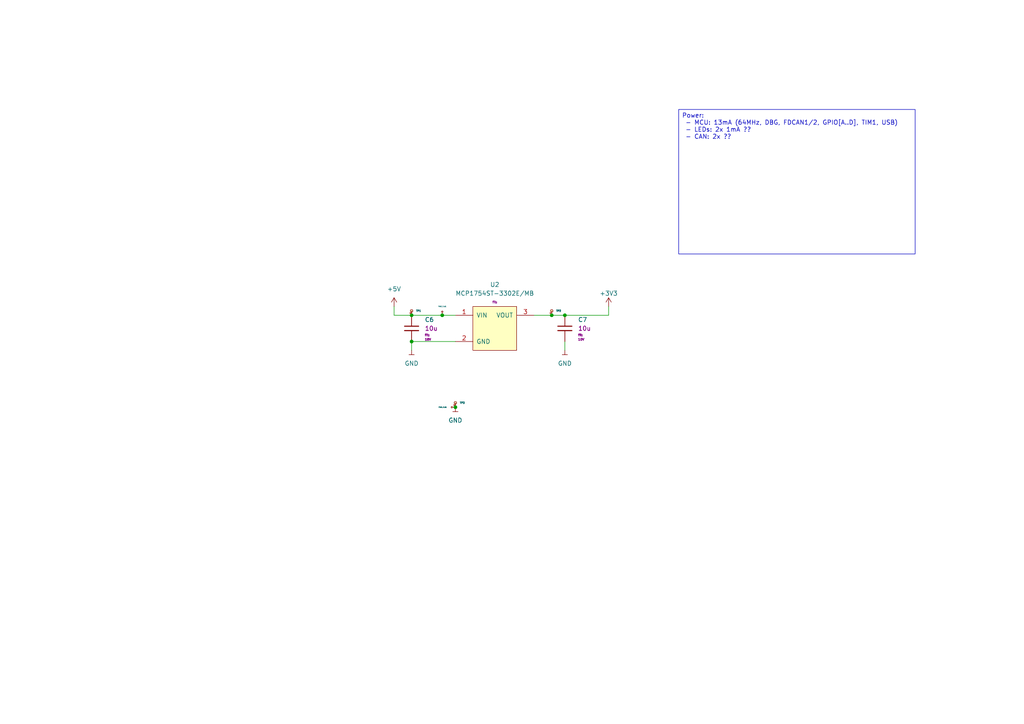
<source format=kicad_sch>
(kicad_sch (version 20250114) (generator "eeschema") (generator_version "9.0")
  (paper "A4")
  (title_block (title "Power") (date "2023-06-16") (rev "R${release}") (company "${company}") (comment 1 "${release_state}") (comment 2 "${prefix}-S${type_number}-R${release}-V${sch_variant}-C${sch_ci}") (comment 3 "hardware/${prefix}-S${type_number}_${short_desciption}"))
  (lib_symbols
    (symbol "Cap_10Percent_E24_0805_X7R_X7S_multipleV_-40C-125C:10u_0805_X7R_10%_10V_-40C..125C_Chip-Capacitor" (pin_numbers (hide yes)) (pin_names (offset 0.254))
      (property "Reference" "C" (at 0.635 2.54 0))
      (property "DisplayValue" "10u" (at 0.635 -2.54 0))
      (property "Fit" "fit: " (at 7.62 -3.81 0))
      (property "CapRatedVoltage" "10V" (at 0 0 0))
      (symbol "10u_0805_X7R_10%_10V_-40C..125C_Chip-Capacitor_0_1"
        (polyline (pts (xy -2.032 0.635) (xy 2.032 0.635)) (stroke (width 0.3048)))
        (polyline (pts (xy -2.032 -0.635) (xy 2.032 -0.635)) (stroke (width 0.3048)))
      )
      (symbol "10u_0805_X7R_10%_10V_-40C..125C_Chip-Capacitor_1_1"
        (pin passive line (at 0 3.81 270) (length 3.2004) (name "~") (number "1"))
        (pin passive line (at 0 -3.81 90) (length 2.9972) (name "~") (number "2"))
      )
    )
    (symbol "generic-connectors:TP2.0mm" (pin_names (offset 1.016))
      (property "Reference" "TP" (at 1.27 2.54 0))
      (symbol "TP2.0mm_0_1"
        (circle (center 1.27 0) (radius 0.381) (fill (type background)))
      )
      (symbol "TP2.0mm_1_1"
        (pin passive line (at 0 0 0) (length 1.27) (name "~") (number "1"))
      )
    )
    (symbol "microchip:MCP1754ST-3302E/MB" (pin_names (offset 1.016))
      (property "Reference" "U" (at 0 10.16 0))
      (property "Value" "MCP1754ST-3302E/MB" (at 0 17.78 0))
      (property "Fit" "fit:" (at 0 -13.97 0))
      (symbol "MCP1754ST-3302E/MB_0_1"
        (rectangle (start -6.35 6.35) (end 6.35 -6.35) (fill (type background)))
      )
      (symbol "MCP1754ST-3302E/MB_1_1"
        (pin power_in line (at -11.43 3.81 0) (length 5.08) (name "VIN") (number "1"))
        (pin power_in line (at -11.43 -3.81 0) (length 5.08) (name "GND") (number "2"))
        (pin power_out line (at 11.43 3.81 180) (length 5.08) (name "VOUT") (number "3"))
      )
    )
    (symbol "powerport:+3V3" (power) (pin_names (offset 0))
      (property "Value" "+3V3" (at 0 3.556 0))
      (symbol "+3V3_0_1"
        (polyline (pts (xy -0.762 1.27) (xy 0 2.54)))
        (polyline (pts (xy 0 2.54) (xy 0.762 1.27)))
        (polyline (pts (xy 0 0) (xy 0 2.54)))
      )
      (symbol "+3V3_1_1"
        (pin power_in line (at 0 0 90) (length 0) (hide yes) (name "+3V3") (number "1"))
      )
    )
    (symbol "powerport:+5V" (power) (pin_names (offset 0))
      (property "Value" "+5V" (at 0 3.556 0))
      (symbol "+5V_0_1"
        (polyline (pts (xy -0.762 1.27) (xy 0 2.54)))
        (polyline (pts (xy 0 2.54) (xy 0.762 1.27)))
        (polyline (pts (xy 0 0) (xy 0 2.54)))
      )
      (symbol "+5V_1_1"
        (pin power_in line (at 0 0 90) (length 0) (hide yes) (name "+5V") (number "1"))
      )
    )
    (symbol "powerport:GND" (power) (pin_names (offset 0))
      (property "Value" "GND" (at 0 -2.54 0))
      (symbol "GND_0_1"
        (polyline (pts (xy -0.762 -1.27) (xy 0.762 -1.27)))
        (polyline (pts (xy 0 0) (xy 0 -1.27)))
      )
      (symbol "GND_1_1"
        (pin power_in line (at 0 0 270) (length 0) (hide yes) (name "GND") (number "1"))
      )
    )
    (symbol "powerport:PWR_FLAG" (power) (pin_numbers (hide yes)) (pin_names (offset 0) (hide yes))
      (property "Value" "PWR_FLAG" (at -0.254 2.286 0))
      (symbol "PWR_FLAG_0_0"
        (pin power_out line (at 0 0 90) (length 0) (name "pwr") (number "1"))
      )
      (symbol "PWR_FLAG_0_1"
        (polyline (pts (xy 0 0) (xy 0 0.762) (xy 0.254 1.016) (xy 0 1.27) (xy -0.254 1.016) (xy 0 0.762)))
      )
    )
  )
  (text_box "Power:\n - MCU: 13mA (64MHz, DBG, FDCAN1/2, GPIO[A..D], TIM1, USB)\n - LEDs: 2x 1mA ??\n - CAN: 2x ??" (at 196.85 31.75 0) (size 68.58 41.91) (margins 0.9525 0.9525 0.9525 0.9525) (effects (font (size 1.27 1.27)) (justify left top)))
  (junction (at 119.38 99.06))
  (junction (at 163.83 91.44))
  (junction (at 128.27 91.44))
  (junction (at 160.02 91.44))
  (junction (at 132.08 118.11))
  (junction (at 119.38 91.44))
  (wire (pts (xy 128.27 91.44) (xy 132.08 91.44)))
  (wire (pts (xy 160.02 91.44) (xy 163.83 91.44)))
  (wire (pts (xy 154.94 91.44) (xy 160.02 91.44)))
  (wire (pts (xy 114.3 91.44) (xy 119.38 91.44)))
  (wire (pts (xy 163.83 99.06) (xy 163.83 101.6)))
  (wire (pts (xy 119.38 99.06) (xy 132.08 99.06)))
  (wire (pts (xy 119.38 91.44) (xy 128.27 91.44)))
  (wire (pts (xy 176.53 88.9) (xy 176.53 91.44)))
  (wire (pts (xy 119.38 99.06) (xy 119.38 101.6)))
  (wire (pts (xy 163.83 91.44) (xy 176.53 91.44)))
  (wire (pts (xy 114.3 88.9) (xy 114.3 91.44)))
  (symbol (lib_id "generic-connectors:TP2.0mm") (at 119.38 91.44 90) (unit 1)
    (property "Reference" "TP1" (at 120.65 90.17 90) (effects (font (size 0.508 0.508)) (justify right)))
    (property "Value" "TP2.0mm" (effects (hide yes)))
    (property "Footprint" "Connector_generic:TP2.0mm" (effects (hide yes)))
    (property "Manufacturer" "any" (effects (hide yes)))
    (property "MPN" "any" (effects (hide yes)))
    (property "State" "reviewed" (effects (hide yes)))
    (property "Fit" "fit: " (effects (hide yes)))
    (property "Package" "SMD TP" (effects (hide yes)))
  )
  (symbol (lib_id "powerport:+3V3") (at 176.53 88.9 0) (unit 1)
    (property "Reference" "#PWR029" (effects (hide yes)))
    (property "Value" "+3V3" (at 176.53 85.09 0))
  )
  (symbol (lib_id "powerport:PWR_FLAG") (at 132.08 118.11 90) (unit 1)
    (property "Reference" "#FLG03" (effects (hide yes)))
    (property "Value" "PWR_FLAG" (at 129.54 118.11 90) (effects (font (size 0.3048 0.3048)) (justify left)))
  )
  (symbol (lib_id "powerport:+5V") (at 114.3 88.9 0) (unit 1)
    (property "Reference" "#PWR025" (effects (hide yes)))
    (property "Value" "+5V" (at 114.3 83.82 0))
  )
  (symbol (lib_id "powerport:GND") (at 132.08 118.11 0) (unit 1)
    (property "Reference" "#PWR027" (effects (hide yes)))
    (property "Value" "GND" (at 132.08 121.92 0))
  )
  (symbol (lib_id "generic-connectors:TP2.0mm") (at 160.02 91.44 90) (unit 1)
    (property "Reference" "TP2" (at 161.29 90.17 90) (effects (font (size 0.508 0.508)) (justify right)))
    (property "Value" "TP2.0mm" (effects (hide yes)))
    (property "Footprint" "Connector_generic:TP2.0mm" (effects (hide yes)))
    (property "Manufacturer" "any" (effects (hide yes)))
    (property "MPN" "any" (effects (hide yes)))
    (property "State" "reviewed" (effects (hide yes)))
    (property "Fit" "fit: " (effects (hide yes)))
    (property "Package" "SMD TP" (effects (hide yes)))
  )
  (symbol (lib_id "powerport:GND") (at 119.38 101.6 0) (unit 1)
    (property "Reference" "#PWR026" (effects (hide yes)))
    (property "Value" "GND" (at 119.38 105.41 0))
  )
  (symbol (lib_id "generic-connectors:TP2.0mm") (at 132.08 118.11 90) (unit 1)
    (property "Reference" "TP3" (at 133.35 116.84 90) (effects (font (size 0.508 0.508)) (justify right)))
    (property "Value" "TP2.0mm" (effects (hide yes)))
    (property "Footprint" "Connector_generic:TP2.0mm" (effects (hide yes)))
    (property "Manufacturer" "any" (effects (hide yes)))
    (property "MPN" "any" (effects (hide yes)))
    (property "State" "reviewed" (effects (hide yes)))
    (property "Fit" "fit: " (effects (hide yes)))
    (property "Package" "SMD TP" (effects (hide yes)))
  )
  (symbol (lib_id "Cap_10Percent_E24_0805_X7R_X7S_multipleV_-40C-125C:10u_0805_X7R_10%_10V_-40C..125C_Chip-Capacitor") (at 163.83 95.25 0) (unit 1)
    (property "Reference" "C7" (at 167.64 92.7227 0) (effects (justify left)))
    (property "Value" "10u" (effects (hide yes)))
    (property "Footprint" "Capacitor_SMD:C_1206_3216Metric_Pad1.33x1.80mm_HandSolder" (effects (hide yes)))
    (property "MPN" "any" (effects (hide yes)))
    (property "Manufacturer" "any" (effects (hide yes)))
    (property "DisplayValue" "10u" (at 167.64 95.2627 0) (effects (justify left)))
    (property "Fit" "fit: " (at 167.64 97.1677 0) (effects (font (size 0.635 0.635)) (justify left)))
    (property "State" "legacy" (effects (hide yes)))
    (property "CapRatedVoltage" "10V" (at 167.64 98.4377 0) (effects (font (size 0.635 0.635)) (justify left)))
    (property "Package" "1206" (effects (hide yes)))
  )
  (symbol (lib_id "Cap_10Percent_E24_0805_X7R_X7S_multipleV_-40C-125C:10u_0805_X7R_10%_10V_-40C..125C_Chip-Capacitor") (at 119.38 95.25 0) (unit 1)
    (property "Reference" "C6" (at 123.19 92.7227 0) (effects (justify left)))
    (property "Value" "10u" (effects (hide yes)))
    (property "Footprint" "Capacitor_SMD:C_1206_3216Metric_Pad1.33x1.80mm_HandSolder" (effects (hide yes)))
    (property "MPN" "any" (effects (hide yes)))
    (property "Manufacturer" "any" (effects (hide yes)))
    (property "DisplayValue" "10u" (at 123.19 95.2627 0) (effects (justify left)))
    (property "Fit" "fit: " (at 123.19 97.1677 0) (effects (font (size 0.635 0.635)) (justify left)))
    (property "State" "legacy" (effects (hide yes)))
    (property "CapRatedVoltage" "10V" (at 123.19 98.4377 0) (effects (font (size 0.635 0.635)) (justify left)))
    (property "Package" "1206" (effects (hide yes)))
  )
  (symbol (lib_id "microchip:MCP1754ST-3302E/MB") (at 143.51 95.25 0) (unit 1)
    (property "Reference" "U2" (at 143.51 82.55 0))
    (property "Value" "MCP1754ST-3302E/MB" (at 143.51 85.09 0))
    (property "Footprint" "TO_SMD:SOT-89" (effects (hide yes)))
    (property "Datasheet" "$PTX_DATASHEETS/datasheets/PowerSupply/Microchip_MCP1754-MCP1754S_LDO.pdf" (effects (hide yes)))
    (property "Manufacturer" "Microchip" (effects (hide yes)))
    (property "MPN" "MCP1754ST-3302E/MB" (effects (hide yes)))
    (property "Fit" "fit:" (at 143.51 87.63 0) (effects (font (size 0.635 0.635))))
    (property "State" "reviewed" (effects (hide yes)))
    (property "Package" "SOT-89" (effects (hide yes)))
  )
  (symbol (lib_id "powerport:PWR_FLAG") (at 128.27 91.44 0) (unit 1)
    (property "Reference" "#FLG02" (effects (hide yes)))
    (property "Value" "PWR_FLAG" (at 128.27 88.9 0) (effects (font (size 0.3048 0.3048))))
  )
  (symbol (lib_id "powerport:GND") (at 163.83 101.6 0) (unit 1)
    (property "Reference" "#PWR028" (effects (hide yes)))
    (property "Value" "GND" (at 163.83 105.41 0))
  )
)
</source>
